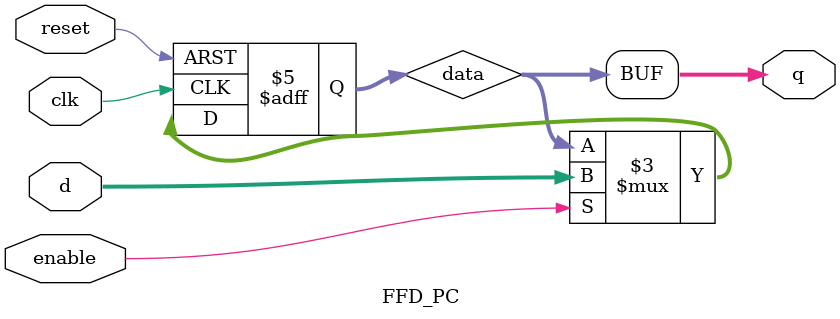
<source format=v>
module FFD_PC 	//Hardware description for a parameterized flip flop, 
#(				//used to realize the structure of the internal registers.
parameter WIDTH = 32
)
(				////Module inputs and outputs.
input [WIDTH-1:0]d, 
input clk, reset, 
input enable, 
output [WIDTH-1:0]q
);
reg [WIDTH-1:0] data; 
always@(posedge clk, negedge reset)
	begin
		if(!reset)data <= 32'h400_000;
				
		else if(enable) data <= d;
		
	end
	assign q = data;
endmodule
</source>
